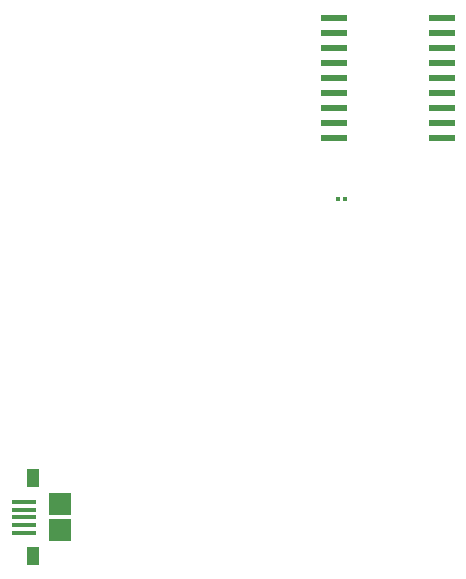
<source format=gtp>
G04 Layer: TopPasteMaskLayer*
G04 EasyEDA v6.3.43, 2020-05-28T19:53:23--7:00*
G04 7fdf06d367af498c9bd436b09c1433f1,d8a4e85e13c24898b9272ed7a7ead91d,10*
G04 Gerber Generator version 0.2*
G04 Scale: 100 percent, Rotated: No, Reflected: No *
G04 Dimensions in inches *
G04 leading zeros omitted , absolute positions ,2 integer and 4 decimal *
%FSLAX24Y24*%
%MOIN*%
G90*
G70D02*

%ADD12R,0.011811X0.015748*%
%ADD13R,0.086600X0.023600*%
%ADD14R,0.082677X0.015748*%
%ADD15R,0.039370X0.059055*%
%ADD16R,0.074803X0.074803*%

%LPD*%
G54D12*
G01X10391Y15200D03*
G01X10608Y15200D03*
G54D13*
G01X13860Y17740D03*
G01X10239Y19759D03*
G01X13860Y17240D03*
G01X13860Y18240D03*
G01X13860Y18740D03*
G01X10239Y19259D03*
G01X10239Y20259D03*
G01X10239Y20759D03*
G01X13860Y19740D03*
G01X13860Y19240D03*
G01X13860Y20240D03*
G01X13860Y20740D03*
G01X10239Y18759D03*
G01X10239Y18259D03*
G01X10239Y17750D03*
G01X10239Y17240D03*
G01X13860Y21240D03*
G01X10239Y21259D03*
G54D14*
G01X-100Y4088D03*
G01X-100Y4344D03*
G01X-100Y4600D03*
G01X-100Y4855D03*
G01X-100Y5111D03*
G54D15*
G01X214Y3300D03*
G01X214Y5899D03*
G54D16*
G01X1100Y4166D03*
G01X1100Y5033D03*
M00*
M02*

</source>
